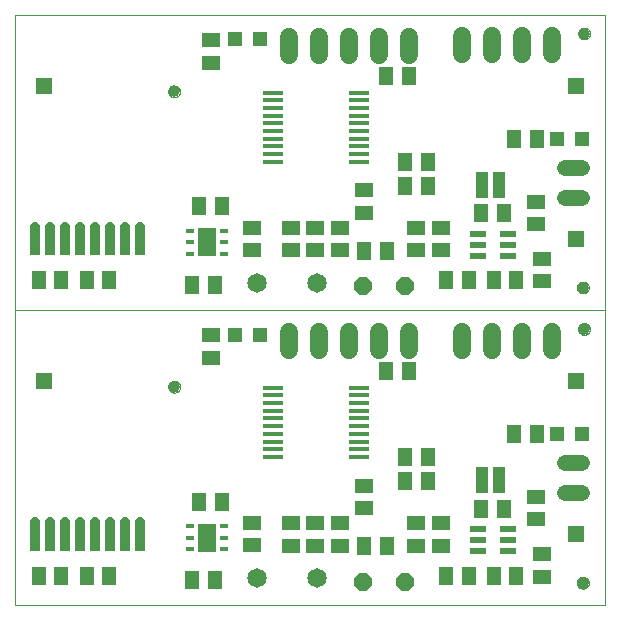
<source format=gts>
G75*
%MOIN*%
%OFA0B0*%
%FSLAX25Y25*%
%IPPOS*%
%LPD*%
%AMOC8*
5,1,8,0,0,1.08239X$1,22.5*
%
%ADD10C,0.00000*%
%ADD11C,0.03937*%
%ADD12R,0.05118X0.05906*%
%ADD13R,0.05906X0.05118*%
%ADD14R,0.04200X0.08600*%
%ADD15C,0.06000*%
%ADD16C,0.05400*%
%ADD17R,0.04724X0.04724*%
%ADD18C,0.06496*%
%ADD19R,0.05200X0.02200*%
%ADD20R,0.06500X0.01700*%
%ADD21R,0.02800X0.01600*%
%ADD22R,0.05900X0.09400*%
%ADD23R,0.05315X0.05315*%
%ADD24C,0.03200*%
%ADD25R,0.03200X0.06600*%
%ADD26OC8,0.06000*%
D10*
X0001000Y0001013D02*
X0197850Y0001013D01*
X0197850Y0099438D01*
X0001000Y0099438D01*
X0001000Y0197863D01*
X0197850Y0197863D01*
X0197850Y0099438D01*
X0188795Y0093139D02*
X0188797Y0093227D01*
X0188803Y0093315D01*
X0188813Y0093403D01*
X0188827Y0093491D01*
X0188844Y0093577D01*
X0188866Y0093663D01*
X0188891Y0093747D01*
X0188921Y0093831D01*
X0188953Y0093913D01*
X0188990Y0093993D01*
X0189030Y0094072D01*
X0189074Y0094149D01*
X0189121Y0094224D01*
X0189171Y0094296D01*
X0189225Y0094367D01*
X0189281Y0094434D01*
X0189341Y0094500D01*
X0189403Y0094562D01*
X0189469Y0094622D01*
X0189536Y0094678D01*
X0189607Y0094732D01*
X0189679Y0094782D01*
X0189754Y0094829D01*
X0189831Y0094873D01*
X0189910Y0094913D01*
X0189990Y0094950D01*
X0190072Y0094982D01*
X0190156Y0095012D01*
X0190240Y0095037D01*
X0190326Y0095059D01*
X0190412Y0095076D01*
X0190500Y0095090D01*
X0190588Y0095100D01*
X0190676Y0095106D01*
X0190764Y0095108D01*
X0190852Y0095106D01*
X0190940Y0095100D01*
X0191028Y0095090D01*
X0191116Y0095076D01*
X0191202Y0095059D01*
X0191288Y0095037D01*
X0191372Y0095012D01*
X0191456Y0094982D01*
X0191538Y0094950D01*
X0191618Y0094913D01*
X0191697Y0094873D01*
X0191774Y0094829D01*
X0191849Y0094782D01*
X0191921Y0094732D01*
X0191992Y0094678D01*
X0192059Y0094622D01*
X0192125Y0094562D01*
X0192187Y0094500D01*
X0192247Y0094434D01*
X0192303Y0094367D01*
X0192357Y0094296D01*
X0192407Y0094224D01*
X0192454Y0094149D01*
X0192498Y0094072D01*
X0192538Y0093993D01*
X0192575Y0093913D01*
X0192607Y0093831D01*
X0192637Y0093747D01*
X0192662Y0093663D01*
X0192684Y0093577D01*
X0192701Y0093491D01*
X0192715Y0093403D01*
X0192725Y0093315D01*
X0192731Y0093227D01*
X0192733Y0093139D01*
X0192731Y0093051D01*
X0192725Y0092963D01*
X0192715Y0092875D01*
X0192701Y0092787D01*
X0192684Y0092701D01*
X0192662Y0092615D01*
X0192637Y0092531D01*
X0192607Y0092447D01*
X0192575Y0092365D01*
X0192538Y0092285D01*
X0192498Y0092206D01*
X0192454Y0092129D01*
X0192407Y0092054D01*
X0192357Y0091982D01*
X0192303Y0091911D01*
X0192247Y0091844D01*
X0192187Y0091778D01*
X0192125Y0091716D01*
X0192059Y0091656D01*
X0191992Y0091600D01*
X0191921Y0091546D01*
X0191849Y0091496D01*
X0191774Y0091449D01*
X0191697Y0091405D01*
X0191618Y0091365D01*
X0191538Y0091328D01*
X0191456Y0091296D01*
X0191372Y0091266D01*
X0191288Y0091241D01*
X0191202Y0091219D01*
X0191116Y0091202D01*
X0191028Y0091188D01*
X0190940Y0091178D01*
X0190852Y0091172D01*
X0190764Y0091170D01*
X0190676Y0091172D01*
X0190588Y0091178D01*
X0190500Y0091188D01*
X0190412Y0091202D01*
X0190326Y0091219D01*
X0190240Y0091241D01*
X0190156Y0091266D01*
X0190072Y0091296D01*
X0189990Y0091328D01*
X0189910Y0091365D01*
X0189831Y0091405D01*
X0189754Y0091449D01*
X0189679Y0091496D01*
X0189607Y0091546D01*
X0189536Y0091600D01*
X0189469Y0091656D01*
X0189403Y0091716D01*
X0189341Y0091778D01*
X0189281Y0091844D01*
X0189225Y0091911D01*
X0189171Y0091982D01*
X0189121Y0092054D01*
X0189074Y0092129D01*
X0189030Y0092206D01*
X0188990Y0092285D01*
X0188953Y0092365D01*
X0188921Y0092447D01*
X0188891Y0092531D01*
X0188866Y0092615D01*
X0188844Y0092701D01*
X0188827Y0092787D01*
X0188813Y0092875D01*
X0188803Y0092963D01*
X0188797Y0093051D01*
X0188795Y0093139D01*
X0188401Y0106918D02*
X0188403Y0107006D01*
X0188409Y0107094D01*
X0188419Y0107182D01*
X0188433Y0107270D01*
X0188450Y0107356D01*
X0188472Y0107442D01*
X0188497Y0107526D01*
X0188527Y0107610D01*
X0188559Y0107692D01*
X0188596Y0107772D01*
X0188636Y0107851D01*
X0188680Y0107928D01*
X0188727Y0108003D01*
X0188777Y0108075D01*
X0188831Y0108146D01*
X0188887Y0108213D01*
X0188947Y0108279D01*
X0189009Y0108341D01*
X0189075Y0108401D01*
X0189142Y0108457D01*
X0189213Y0108511D01*
X0189285Y0108561D01*
X0189360Y0108608D01*
X0189437Y0108652D01*
X0189516Y0108692D01*
X0189596Y0108729D01*
X0189678Y0108761D01*
X0189762Y0108791D01*
X0189846Y0108816D01*
X0189932Y0108838D01*
X0190018Y0108855D01*
X0190106Y0108869D01*
X0190194Y0108879D01*
X0190282Y0108885D01*
X0190370Y0108887D01*
X0190458Y0108885D01*
X0190546Y0108879D01*
X0190634Y0108869D01*
X0190722Y0108855D01*
X0190808Y0108838D01*
X0190894Y0108816D01*
X0190978Y0108791D01*
X0191062Y0108761D01*
X0191144Y0108729D01*
X0191224Y0108692D01*
X0191303Y0108652D01*
X0191380Y0108608D01*
X0191455Y0108561D01*
X0191527Y0108511D01*
X0191598Y0108457D01*
X0191665Y0108401D01*
X0191731Y0108341D01*
X0191793Y0108279D01*
X0191853Y0108213D01*
X0191909Y0108146D01*
X0191963Y0108075D01*
X0192013Y0108003D01*
X0192060Y0107928D01*
X0192104Y0107851D01*
X0192144Y0107772D01*
X0192181Y0107692D01*
X0192213Y0107610D01*
X0192243Y0107526D01*
X0192268Y0107442D01*
X0192290Y0107356D01*
X0192307Y0107270D01*
X0192321Y0107182D01*
X0192331Y0107094D01*
X0192337Y0107006D01*
X0192339Y0106918D01*
X0192337Y0106830D01*
X0192331Y0106742D01*
X0192321Y0106654D01*
X0192307Y0106566D01*
X0192290Y0106480D01*
X0192268Y0106394D01*
X0192243Y0106310D01*
X0192213Y0106226D01*
X0192181Y0106144D01*
X0192144Y0106064D01*
X0192104Y0105985D01*
X0192060Y0105908D01*
X0192013Y0105833D01*
X0191963Y0105761D01*
X0191909Y0105690D01*
X0191853Y0105623D01*
X0191793Y0105557D01*
X0191731Y0105495D01*
X0191665Y0105435D01*
X0191598Y0105379D01*
X0191527Y0105325D01*
X0191455Y0105275D01*
X0191380Y0105228D01*
X0191303Y0105184D01*
X0191224Y0105144D01*
X0191144Y0105107D01*
X0191062Y0105075D01*
X0190978Y0105045D01*
X0190894Y0105020D01*
X0190808Y0104998D01*
X0190722Y0104981D01*
X0190634Y0104967D01*
X0190546Y0104957D01*
X0190458Y0104951D01*
X0190370Y0104949D01*
X0190282Y0104951D01*
X0190194Y0104957D01*
X0190106Y0104967D01*
X0190018Y0104981D01*
X0189932Y0104998D01*
X0189846Y0105020D01*
X0189762Y0105045D01*
X0189678Y0105075D01*
X0189596Y0105107D01*
X0189516Y0105144D01*
X0189437Y0105184D01*
X0189360Y0105228D01*
X0189285Y0105275D01*
X0189213Y0105325D01*
X0189142Y0105379D01*
X0189075Y0105435D01*
X0189009Y0105495D01*
X0188947Y0105557D01*
X0188887Y0105623D01*
X0188831Y0105690D01*
X0188777Y0105761D01*
X0188727Y0105833D01*
X0188680Y0105908D01*
X0188636Y0105985D01*
X0188596Y0106064D01*
X0188559Y0106144D01*
X0188527Y0106226D01*
X0188497Y0106310D01*
X0188472Y0106394D01*
X0188450Y0106480D01*
X0188433Y0106566D01*
X0188419Y0106654D01*
X0188409Y0106742D01*
X0188403Y0106830D01*
X0188401Y0106918D01*
X0188795Y0191564D02*
X0188797Y0191652D01*
X0188803Y0191740D01*
X0188813Y0191828D01*
X0188827Y0191916D01*
X0188844Y0192002D01*
X0188866Y0192088D01*
X0188891Y0192172D01*
X0188921Y0192256D01*
X0188953Y0192338D01*
X0188990Y0192418D01*
X0189030Y0192497D01*
X0189074Y0192574D01*
X0189121Y0192649D01*
X0189171Y0192721D01*
X0189225Y0192792D01*
X0189281Y0192859D01*
X0189341Y0192925D01*
X0189403Y0192987D01*
X0189469Y0193047D01*
X0189536Y0193103D01*
X0189607Y0193157D01*
X0189679Y0193207D01*
X0189754Y0193254D01*
X0189831Y0193298D01*
X0189910Y0193338D01*
X0189990Y0193375D01*
X0190072Y0193407D01*
X0190156Y0193437D01*
X0190240Y0193462D01*
X0190326Y0193484D01*
X0190412Y0193501D01*
X0190500Y0193515D01*
X0190588Y0193525D01*
X0190676Y0193531D01*
X0190764Y0193533D01*
X0190852Y0193531D01*
X0190940Y0193525D01*
X0191028Y0193515D01*
X0191116Y0193501D01*
X0191202Y0193484D01*
X0191288Y0193462D01*
X0191372Y0193437D01*
X0191456Y0193407D01*
X0191538Y0193375D01*
X0191618Y0193338D01*
X0191697Y0193298D01*
X0191774Y0193254D01*
X0191849Y0193207D01*
X0191921Y0193157D01*
X0191992Y0193103D01*
X0192059Y0193047D01*
X0192125Y0192987D01*
X0192187Y0192925D01*
X0192247Y0192859D01*
X0192303Y0192792D01*
X0192357Y0192721D01*
X0192407Y0192649D01*
X0192454Y0192574D01*
X0192498Y0192497D01*
X0192538Y0192418D01*
X0192575Y0192338D01*
X0192607Y0192256D01*
X0192637Y0192172D01*
X0192662Y0192088D01*
X0192684Y0192002D01*
X0192701Y0191916D01*
X0192715Y0191828D01*
X0192725Y0191740D01*
X0192731Y0191652D01*
X0192733Y0191564D01*
X0192731Y0191476D01*
X0192725Y0191388D01*
X0192715Y0191300D01*
X0192701Y0191212D01*
X0192684Y0191126D01*
X0192662Y0191040D01*
X0192637Y0190956D01*
X0192607Y0190872D01*
X0192575Y0190790D01*
X0192538Y0190710D01*
X0192498Y0190631D01*
X0192454Y0190554D01*
X0192407Y0190479D01*
X0192357Y0190407D01*
X0192303Y0190336D01*
X0192247Y0190269D01*
X0192187Y0190203D01*
X0192125Y0190141D01*
X0192059Y0190081D01*
X0191992Y0190025D01*
X0191921Y0189971D01*
X0191849Y0189921D01*
X0191774Y0189874D01*
X0191697Y0189830D01*
X0191618Y0189790D01*
X0191538Y0189753D01*
X0191456Y0189721D01*
X0191372Y0189691D01*
X0191288Y0189666D01*
X0191202Y0189644D01*
X0191116Y0189627D01*
X0191028Y0189613D01*
X0190940Y0189603D01*
X0190852Y0189597D01*
X0190764Y0189595D01*
X0190676Y0189597D01*
X0190588Y0189603D01*
X0190500Y0189613D01*
X0190412Y0189627D01*
X0190326Y0189644D01*
X0190240Y0189666D01*
X0190156Y0189691D01*
X0190072Y0189721D01*
X0189990Y0189753D01*
X0189910Y0189790D01*
X0189831Y0189830D01*
X0189754Y0189874D01*
X0189679Y0189921D01*
X0189607Y0189971D01*
X0189536Y0190025D01*
X0189469Y0190081D01*
X0189403Y0190141D01*
X0189341Y0190203D01*
X0189281Y0190269D01*
X0189225Y0190336D01*
X0189171Y0190407D01*
X0189121Y0190479D01*
X0189074Y0190554D01*
X0189030Y0190631D01*
X0188990Y0190710D01*
X0188953Y0190790D01*
X0188921Y0190872D01*
X0188891Y0190956D01*
X0188866Y0191040D01*
X0188844Y0191126D01*
X0188827Y0191212D01*
X0188813Y0191300D01*
X0188803Y0191388D01*
X0188797Y0191476D01*
X0188795Y0191564D01*
X0052181Y0172272D02*
X0052183Y0172360D01*
X0052189Y0172448D01*
X0052199Y0172536D01*
X0052213Y0172624D01*
X0052230Y0172710D01*
X0052252Y0172796D01*
X0052277Y0172880D01*
X0052307Y0172964D01*
X0052339Y0173046D01*
X0052376Y0173126D01*
X0052416Y0173205D01*
X0052460Y0173282D01*
X0052507Y0173357D01*
X0052557Y0173429D01*
X0052611Y0173500D01*
X0052667Y0173567D01*
X0052727Y0173633D01*
X0052789Y0173695D01*
X0052855Y0173755D01*
X0052922Y0173811D01*
X0052993Y0173865D01*
X0053065Y0173915D01*
X0053140Y0173962D01*
X0053217Y0174006D01*
X0053296Y0174046D01*
X0053376Y0174083D01*
X0053458Y0174115D01*
X0053542Y0174145D01*
X0053626Y0174170D01*
X0053712Y0174192D01*
X0053798Y0174209D01*
X0053886Y0174223D01*
X0053974Y0174233D01*
X0054062Y0174239D01*
X0054150Y0174241D01*
X0054238Y0174239D01*
X0054326Y0174233D01*
X0054414Y0174223D01*
X0054502Y0174209D01*
X0054588Y0174192D01*
X0054674Y0174170D01*
X0054758Y0174145D01*
X0054842Y0174115D01*
X0054924Y0174083D01*
X0055004Y0174046D01*
X0055083Y0174006D01*
X0055160Y0173962D01*
X0055235Y0173915D01*
X0055307Y0173865D01*
X0055378Y0173811D01*
X0055445Y0173755D01*
X0055511Y0173695D01*
X0055573Y0173633D01*
X0055633Y0173567D01*
X0055689Y0173500D01*
X0055743Y0173429D01*
X0055793Y0173357D01*
X0055840Y0173282D01*
X0055884Y0173205D01*
X0055924Y0173126D01*
X0055961Y0173046D01*
X0055993Y0172964D01*
X0056023Y0172880D01*
X0056048Y0172796D01*
X0056070Y0172710D01*
X0056087Y0172624D01*
X0056101Y0172536D01*
X0056111Y0172448D01*
X0056117Y0172360D01*
X0056119Y0172272D01*
X0056117Y0172184D01*
X0056111Y0172096D01*
X0056101Y0172008D01*
X0056087Y0171920D01*
X0056070Y0171834D01*
X0056048Y0171748D01*
X0056023Y0171664D01*
X0055993Y0171580D01*
X0055961Y0171498D01*
X0055924Y0171418D01*
X0055884Y0171339D01*
X0055840Y0171262D01*
X0055793Y0171187D01*
X0055743Y0171115D01*
X0055689Y0171044D01*
X0055633Y0170977D01*
X0055573Y0170911D01*
X0055511Y0170849D01*
X0055445Y0170789D01*
X0055378Y0170733D01*
X0055307Y0170679D01*
X0055235Y0170629D01*
X0055160Y0170582D01*
X0055083Y0170538D01*
X0055004Y0170498D01*
X0054924Y0170461D01*
X0054842Y0170429D01*
X0054758Y0170399D01*
X0054674Y0170374D01*
X0054588Y0170352D01*
X0054502Y0170335D01*
X0054414Y0170321D01*
X0054326Y0170311D01*
X0054238Y0170305D01*
X0054150Y0170303D01*
X0054062Y0170305D01*
X0053974Y0170311D01*
X0053886Y0170321D01*
X0053798Y0170335D01*
X0053712Y0170352D01*
X0053626Y0170374D01*
X0053542Y0170399D01*
X0053458Y0170429D01*
X0053376Y0170461D01*
X0053296Y0170498D01*
X0053217Y0170538D01*
X0053140Y0170582D01*
X0053065Y0170629D01*
X0052993Y0170679D01*
X0052922Y0170733D01*
X0052855Y0170789D01*
X0052789Y0170849D01*
X0052727Y0170911D01*
X0052667Y0170977D01*
X0052611Y0171044D01*
X0052557Y0171115D01*
X0052507Y0171187D01*
X0052460Y0171262D01*
X0052416Y0171339D01*
X0052376Y0171418D01*
X0052339Y0171498D01*
X0052307Y0171580D01*
X0052277Y0171664D01*
X0052252Y0171748D01*
X0052230Y0171834D01*
X0052213Y0171920D01*
X0052199Y0172008D01*
X0052189Y0172096D01*
X0052183Y0172184D01*
X0052181Y0172272D01*
X0001000Y0099438D02*
X0001000Y0001013D01*
X0052181Y0073847D02*
X0052183Y0073935D01*
X0052189Y0074023D01*
X0052199Y0074111D01*
X0052213Y0074199D01*
X0052230Y0074285D01*
X0052252Y0074371D01*
X0052277Y0074455D01*
X0052307Y0074539D01*
X0052339Y0074621D01*
X0052376Y0074701D01*
X0052416Y0074780D01*
X0052460Y0074857D01*
X0052507Y0074932D01*
X0052557Y0075004D01*
X0052611Y0075075D01*
X0052667Y0075142D01*
X0052727Y0075208D01*
X0052789Y0075270D01*
X0052855Y0075330D01*
X0052922Y0075386D01*
X0052993Y0075440D01*
X0053065Y0075490D01*
X0053140Y0075537D01*
X0053217Y0075581D01*
X0053296Y0075621D01*
X0053376Y0075658D01*
X0053458Y0075690D01*
X0053542Y0075720D01*
X0053626Y0075745D01*
X0053712Y0075767D01*
X0053798Y0075784D01*
X0053886Y0075798D01*
X0053974Y0075808D01*
X0054062Y0075814D01*
X0054150Y0075816D01*
X0054238Y0075814D01*
X0054326Y0075808D01*
X0054414Y0075798D01*
X0054502Y0075784D01*
X0054588Y0075767D01*
X0054674Y0075745D01*
X0054758Y0075720D01*
X0054842Y0075690D01*
X0054924Y0075658D01*
X0055004Y0075621D01*
X0055083Y0075581D01*
X0055160Y0075537D01*
X0055235Y0075490D01*
X0055307Y0075440D01*
X0055378Y0075386D01*
X0055445Y0075330D01*
X0055511Y0075270D01*
X0055573Y0075208D01*
X0055633Y0075142D01*
X0055689Y0075075D01*
X0055743Y0075004D01*
X0055793Y0074932D01*
X0055840Y0074857D01*
X0055884Y0074780D01*
X0055924Y0074701D01*
X0055961Y0074621D01*
X0055993Y0074539D01*
X0056023Y0074455D01*
X0056048Y0074371D01*
X0056070Y0074285D01*
X0056087Y0074199D01*
X0056101Y0074111D01*
X0056111Y0074023D01*
X0056117Y0073935D01*
X0056119Y0073847D01*
X0056117Y0073759D01*
X0056111Y0073671D01*
X0056101Y0073583D01*
X0056087Y0073495D01*
X0056070Y0073409D01*
X0056048Y0073323D01*
X0056023Y0073239D01*
X0055993Y0073155D01*
X0055961Y0073073D01*
X0055924Y0072993D01*
X0055884Y0072914D01*
X0055840Y0072837D01*
X0055793Y0072762D01*
X0055743Y0072690D01*
X0055689Y0072619D01*
X0055633Y0072552D01*
X0055573Y0072486D01*
X0055511Y0072424D01*
X0055445Y0072364D01*
X0055378Y0072308D01*
X0055307Y0072254D01*
X0055235Y0072204D01*
X0055160Y0072157D01*
X0055083Y0072113D01*
X0055004Y0072073D01*
X0054924Y0072036D01*
X0054842Y0072004D01*
X0054758Y0071974D01*
X0054674Y0071949D01*
X0054588Y0071927D01*
X0054502Y0071910D01*
X0054414Y0071896D01*
X0054326Y0071886D01*
X0054238Y0071880D01*
X0054150Y0071878D01*
X0054062Y0071880D01*
X0053974Y0071886D01*
X0053886Y0071896D01*
X0053798Y0071910D01*
X0053712Y0071927D01*
X0053626Y0071949D01*
X0053542Y0071974D01*
X0053458Y0072004D01*
X0053376Y0072036D01*
X0053296Y0072073D01*
X0053217Y0072113D01*
X0053140Y0072157D01*
X0053065Y0072204D01*
X0052993Y0072254D01*
X0052922Y0072308D01*
X0052855Y0072364D01*
X0052789Y0072424D01*
X0052727Y0072486D01*
X0052667Y0072552D01*
X0052611Y0072619D01*
X0052557Y0072690D01*
X0052507Y0072762D01*
X0052460Y0072837D01*
X0052416Y0072914D01*
X0052376Y0072993D01*
X0052339Y0073073D01*
X0052307Y0073155D01*
X0052277Y0073239D01*
X0052252Y0073323D01*
X0052230Y0073409D01*
X0052213Y0073495D01*
X0052199Y0073583D01*
X0052189Y0073671D01*
X0052183Y0073759D01*
X0052181Y0073847D01*
X0188401Y0008493D02*
X0188403Y0008581D01*
X0188409Y0008669D01*
X0188419Y0008757D01*
X0188433Y0008845D01*
X0188450Y0008931D01*
X0188472Y0009017D01*
X0188497Y0009101D01*
X0188527Y0009185D01*
X0188559Y0009267D01*
X0188596Y0009347D01*
X0188636Y0009426D01*
X0188680Y0009503D01*
X0188727Y0009578D01*
X0188777Y0009650D01*
X0188831Y0009721D01*
X0188887Y0009788D01*
X0188947Y0009854D01*
X0189009Y0009916D01*
X0189075Y0009976D01*
X0189142Y0010032D01*
X0189213Y0010086D01*
X0189285Y0010136D01*
X0189360Y0010183D01*
X0189437Y0010227D01*
X0189516Y0010267D01*
X0189596Y0010304D01*
X0189678Y0010336D01*
X0189762Y0010366D01*
X0189846Y0010391D01*
X0189932Y0010413D01*
X0190018Y0010430D01*
X0190106Y0010444D01*
X0190194Y0010454D01*
X0190282Y0010460D01*
X0190370Y0010462D01*
X0190458Y0010460D01*
X0190546Y0010454D01*
X0190634Y0010444D01*
X0190722Y0010430D01*
X0190808Y0010413D01*
X0190894Y0010391D01*
X0190978Y0010366D01*
X0191062Y0010336D01*
X0191144Y0010304D01*
X0191224Y0010267D01*
X0191303Y0010227D01*
X0191380Y0010183D01*
X0191455Y0010136D01*
X0191527Y0010086D01*
X0191598Y0010032D01*
X0191665Y0009976D01*
X0191731Y0009916D01*
X0191793Y0009854D01*
X0191853Y0009788D01*
X0191909Y0009721D01*
X0191963Y0009650D01*
X0192013Y0009578D01*
X0192060Y0009503D01*
X0192104Y0009426D01*
X0192144Y0009347D01*
X0192181Y0009267D01*
X0192213Y0009185D01*
X0192243Y0009101D01*
X0192268Y0009017D01*
X0192290Y0008931D01*
X0192307Y0008845D01*
X0192321Y0008757D01*
X0192331Y0008669D01*
X0192337Y0008581D01*
X0192339Y0008493D01*
X0192337Y0008405D01*
X0192331Y0008317D01*
X0192321Y0008229D01*
X0192307Y0008141D01*
X0192290Y0008055D01*
X0192268Y0007969D01*
X0192243Y0007885D01*
X0192213Y0007801D01*
X0192181Y0007719D01*
X0192144Y0007639D01*
X0192104Y0007560D01*
X0192060Y0007483D01*
X0192013Y0007408D01*
X0191963Y0007336D01*
X0191909Y0007265D01*
X0191853Y0007198D01*
X0191793Y0007132D01*
X0191731Y0007070D01*
X0191665Y0007010D01*
X0191598Y0006954D01*
X0191527Y0006900D01*
X0191455Y0006850D01*
X0191380Y0006803D01*
X0191303Y0006759D01*
X0191224Y0006719D01*
X0191144Y0006682D01*
X0191062Y0006650D01*
X0190978Y0006620D01*
X0190894Y0006595D01*
X0190808Y0006573D01*
X0190722Y0006556D01*
X0190634Y0006542D01*
X0190546Y0006532D01*
X0190458Y0006526D01*
X0190370Y0006524D01*
X0190282Y0006526D01*
X0190194Y0006532D01*
X0190106Y0006542D01*
X0190018Y0006556D01*
X0189932Y0006573D01*
X0189846Y0006595D01*
X0189762Y0006620D01*
X0189678Y0006650D01*
X0189596Y0006682D01*
X0189516Y0006719D01*
X0189437Y0006759D01*
X0189360Y0006803D01*
X0189285Y0006850D01*
X0189213Y0006900D01*
X0189142Y0006954D01*
X0189075Y0007010D01*
X0189009Y0007070D01*
X0188947Y0007132D01*
X0188887Y0007198D01*
X0188831Y0007265D01*
X0188777Y0007336D01*
X0188727Y0007408D01*
X0188680Y0007483D01*
X0188636Y0007560D01*
X0188596Y0007639D01*
X0188559Y0007719D01*
X0188527Y0007801D01*
X0188497Y0007885D01*
X0188472Y0007969D01*
X0188450Y0008055D01*
X0188433Y0008141D01*
X0188419Y0008229D01*
X0188409Y0008317D01*
X0188403Y0008405D01*
X0188401Y0008493D01*
D11*
X0190370Y0008493D03*
X0190764Y0093139D03*
X0190370Y0106918D03*
X0190764Y0191564D03*
X0054150Y0172272D03*
X0054150Y0073847D03*
D12*
X0060134Y0107745D03*
X0067614Y0107745D03*
X0069976Y0133965D03*
X0062496Y0133965D03*
X0032496Y0109280D03*
X0025016Y0109280D03*
X0016551Y0109280D03*
X0009071Y0109280D03*
X0062496Y0035540D03*
X0069976Y0035540D03*
X0067614Y0009320D03*
X0060134Y0009320D03*
X0032496Y0010855D03*
X0025016Y0010855D03*
X0016551Y0010855D03*
X0009071Y0010855D03*
X0117535Y0020698D03*
X0125016Y0020698D03*
X0144898Y0010855D03*
X0152378Y0010855D03*
X0160646Y0010855D03*
X0168126Y0010855D03*
X0164031Y0033178D03*
X0156551Y0033178D03*
X0138598Y0042351D03*
X0131118Y0042351D03*
X0131118Y0050422D03*
X0138598Y0050422D03*
X0132299Y0078965D03*
X0124819Y0078965D03*
X0144898Y0109280D03*
X0152378Y0109280D03*
X0160646Y0109280D03*
X0168126Y0109280D03*
X0164031Y0131603D03*
X0156551Y0131603D03*
X0138598Y0140776D03*
X0131118Y0140776D03*
X0131118Y0148847D03*
X0138598Y0148847D03*
X0132299Y0177391D03*
X0124819Y0177391D03*
X0167535Y0156524D03*
X0175016Y0156524D03*
X0125016Y0119123D03*
X0117535Y0119123D03*
X0167535Y0058099D03*
X0175016Y0058099D03*
D13*
X0174661Y0037154D03*
X0174661Y0029674D03*
X0176630Y0018060D03*
X0176630Y0010580D03*
X0142929Y0020894D03*
X0142929Y0028375D03*
X0134858Y0028375D03*
X0134858Y0020894D03*
X0117575Y0033414D03*
X0117575Y0040894D03*
X0109268Y0028375D03*
X0109268Y0020894D03*
X0101197Y0020894D03*
X0101197Y0028375D03*
X0093126Y0028375D03*
X0093126Y0020894D03*
X0080055Y0020934D03*
X0080055Y0028414D03*
X0066354Y0083493D03*
X0066354Y0090973D03*
X0080055Y0119359D03*
X0080055Y0126839D03*
X0093126Y0126800D03*
X0093126Y0119320D03*
X0101197Y0119320D03*
X0101197Y0126800D03*
X0109268Y0126800D03*
X0109268Y0119320D03*
X0117575Y0131839D03*
X0117575Y0139320D03*
X0134858Y0126800D03*
X0134858Y0119320D03*
X0142929Y0119320D03*
X0142929Y0126800D03*
X0174661Y0128099D03*
X0174661Y0135580D03*
X0176630Y0116485D03*
X0176630Y0109005D03*
X0066354Y0181918D03*
X0066354Y0189398D03*
D14*
X0156748Y0141091D03*
X0162448Y0141091D03*
X0162448Y0042666D03*
X0156748Y0042666D03*
D15*
X0160173Y0086202D02*
X0160173Y0092202D01*
X0150173Y0092202D02*
X0150173Y0086202D01*
X0132496Y0086162D02*
X0132496Y0092162D01*
X0122496Y0092162D02*
X0122496Y0086162D01*
X0112496Y0086162D02*
X0112496Y0092162D01*
X0102496Y0092162D02*
X0102496Y0086162D01*
X0092496Y0086162D02*
X0092496Y0092162D01*
X0170173Y0092202D02*
X0170173Y0086202D01*
X0180173Y0086202D02*
X0180173Y0092202D01*
X0180173Y0184627D02*
X0180173Y0190627D01*
X0170173Y0190627D02*
X0170173Y0184627D01*
X0160173Y0184627D02*
X0160173Y0190627D01*
X0150173Y0190627D02*
X0150173Y0184627D01*
X0132496Y0184587D02*
X0132496Y0190587D01*
X0122496Y0190587D02*
X0122496Y0184587D01*
X0112496Y0184587D02*
X0112496Y0190587D01*
X0102496Y0190587D02*
X0102496Y0184587D01*
X0092496Y0184587D02*
X0092496Y0190587D01*
D16*
X0184560Y0146800D02*
X0189960Y0146800D01*
X0189960Y0136800D02*
X0184560Y0136800D01*
X0184560Y0048375D02*
X0189960Y0048375D01*
X0189960Y0038375D02*
X0184560Y0038375D01*
D17*
X0181906Y0058099D03*
X0190173Y0058099D03*
X0190173Y0156524D03*
X0181906Y0156524D03*
X0082693Y0189595D03*
X0074425Y0189595D03*
X0074425Y0091170D03*
X0082693Y0091170D03*
D18*
X0081591Y0108532D03*
X0101591Y0108532D03*
X0101591Y0010107D03*
X0081591Y0010107D03*
D19*
X0155349Y0018966D03*
X0155349Y0022666D03*
X0155349Y0026366D03*
X0165549Y0026366D03*
X0165549Y0022666D03*
X0165549Y0018966D03*
X0165549Y0117391D03*
X0165549Y0121091D03*
X0165549Y0124791D03*
X0155349Y0124791D03*
X0155349Y0121091D03*
X0155349Y0117391D03*
D20*
X0115772Y0148883D03*
X0115772Y0151383D03*
X0115772Y0153983D03*
X0115772Y0156583D03*
X0115772Y0159083D03*
X0115772Y0161683D03*
X0115772Y0164183D03*
X0115772Y0166783D03*
X0115772Y0169383D03*
X0115772Y0171883D03*
X0087172Y0171883D03*
X0087172Y0169383D03*
X0087172Y0166783D03*
X0087172Y0164183D03*
X0087172Y0161683D03*
X0087172Y0159083D03*
X0087172Y0156583D03*
X0087172Y0153983D03*
X0087172Y0151383D03*
X0087172Y0148883D03*
X0087172Y0073457D03*
X0087172Y0070957D03*
X0087172Y0068357D03*
X0087172Y0065757D03*
X0087172Y0063257D03*
X0087172Y0060657D03*
X0087172Y0058157D03*
X0087172Y0055557D03*
X0087172Y0052957D03*
X0087172Y0050457D03*
X0115772Y0050457D03*
X0115772Y0052957D03*
X0115772Y0055557D03*
X0115772Y0058157D03*
X0115772Y0060657D03*
X0115772Y0063257D03*
X0115772Y0065757D03*
X0115772Y0068357D03*
X0115772Y0070957D03*
X0115772Y0073457D03*
D21*
X0070794Y0118057D03*
X0070794Y0121957D03*
X0070794Y0125857D03*
X0059394Y0125857D03*
X0059394Y0121957D03*
X0059394Y0118057D03*
X0059394Y0027432D03*
X0059394Y0023532D03*
X0059394Y0019632D03*
X0070794Y0019632D03*
X0070794Y0023532D03*
X0070794Y0027432D03*
D22*
X0065094Y0023532D03*
X0065094Y0121957D03*
D23*
X0010843Y0075816D03*
X0010843Y0174241D03*
X0188008Y0174241D03*
X0188008Y0123060D03*
X0188008Y0075816D03*
X0188008Y0024635D03*
D24*
X0042654Y0025411D02*
X0042654Y0028611D01*
X0037654Y0028611D02*
X0037654Y0025411D01*
X0032654Y0025411D02*
X0032654Y0028611D01*
X0027654Y0028611D02*
X0027654Y0025411D01*
X0022654Y0025411D02*
X0022654Y0028611D01*
X0017654Y0028611D02*
X0017654Y0025411D01*
X0012654Y0025411D02*
X0012654Y0028611D01*
X0007654Y0028611D02*
X0007654Y0025411D01*
X0007654Y0123836D02*
X0007654Y0127036D01*
X0012654Y0127036D02*
X0012654Y0123836D01*
X0017654Y0123836D02*
X0017654Y0127036D01*
X0022654Y0127036D02*
X0022654Y0123836D01*
X0027654Y0123836D02*
X0027654Y0127036D01*
X0032654Y0127036D02*
X0032654Y0123836D01*
X0037654Y0123836D02*
X0037654Y0127036D01*
X0042654Y0127036D02*
X0042654Y0123836D01*
D25*
X0042654Y0120993D03*
X0037654Y0120993D03*
X0032654Y0120993D03*
X0027654Y0120993D03*
X0022654Y0120993D03*
X0017654Y0120993D03*
X0012654Y0120993D03*
X0007654Y0120993D03*
X0007654Y0022568D03*
X0012654Y0022568D03*
X0017654Y0022568D03*
X0022654Y0022568D03*
X0027654Y0022568D03*
X0032654Y0022568D03*
X0037654Y0022568D03*
X0042654Y0022568D03*
D26*
X0117142Y0008887D03*
X0130921Y0008887D03*
X0130921Y0107312D03*
X0117142Y0107312D03*
M02*

</source>
